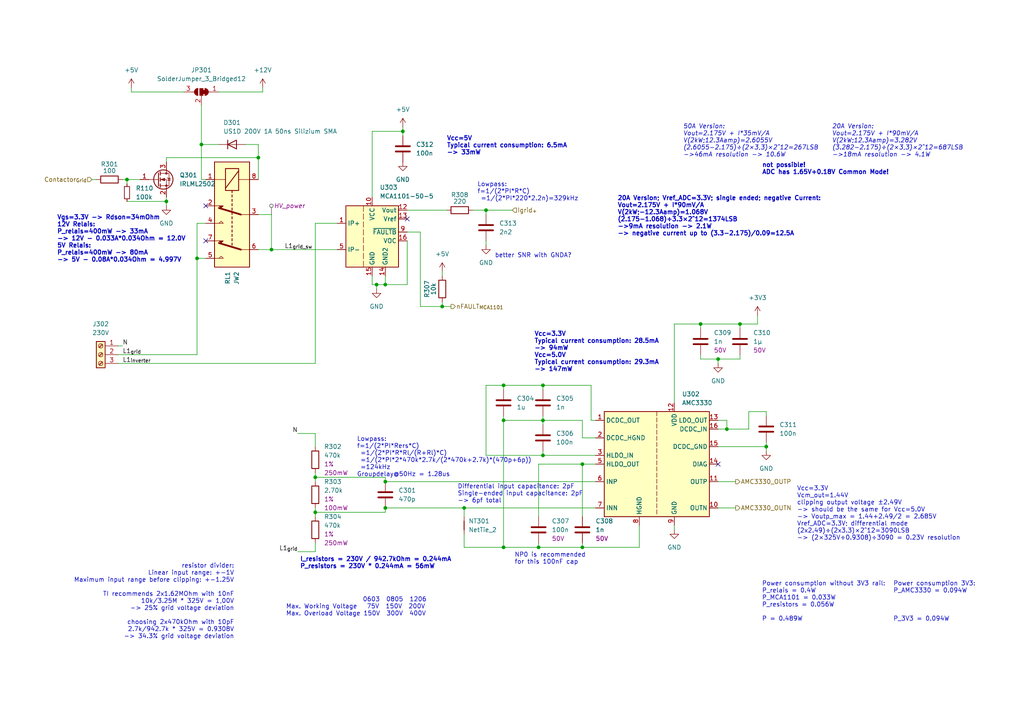
<source format=kicad_sch>
(kicad_sch (version 20230121) (generator eeschema)
  (paper "A4")
  (lib_symbols
    (symbol "Connector:Screw_Terminal_01x03" (pin_names (offset 1.016) hide)
      (property "Reference" "J" (at 0 5.08 0))
      (property "Value" "Screw_Terminal_01x03" (at 0 -5.08 0))
      (symbol "Screw_Terminal_01x03_1_1"
        (rectangle (start -1.27 3.81) (end 1.27 -3.81) (stroke (width 0.254)) (fill (type background)))
        (circle (center 0 -2.54) (radius 0.635) (stroke (width 0.1524)))
        (polyline (pts (xy -0.5334 -2.2098) (xy 0.3302 -3.048)) (stroke (width 0.1524)))
        (polyline (pts (xy -0.5334 0.3302) (xy 0.3302 -0.508)) (stroke (width 0.1524)))
        (polyline (pts (xy -0.5334 2.8702) (xy 0.3302 2.032)) (stroke (width 0.1524)))
        (polyline (pts (xy -0.3556 -2.032) (xy 0.508 -2.8702)) (stroke (width 0.1524)))
        (polyline (pts (xy -0.3556 0.508) (xy 0.508 -0.3302)) (stroke (width 0.1524)))
        (polyline (pts (xy -0.3556 3.048) (xy 0.508 2.2098)) (stroke (width 0.1524)))
        (circle (center 0 0) (radius 0.635) (stroke (width 0.1524)))
        (circle (center 0 2.54) (radius 0.635) (stroke (width 0.1524)))
        (pin passive line (at -5.08 2.54 0) (length 3.81) (name "Pin_1") (number "1"))
        (pin passive line (at -5.08 0 0) (length 3.81) (name "Pin_2") (number "2"))
        (pin passive line (at -5.08 -2.54 0) (length 3.81) (name "Pin_3") (number "3"))
      )
    )
    (symbol "Device:C" (pin_numbers hide) (pin_names (offset 0.254))
      (property "Reference" "C" (at 0.635 2.54 0))
      (property "Value" "C" (at 0.635 -2.54 0))
      (symbol "C_0_1"
        (polyline (pts (xy -2.032 -0.762) (xy 2.032 -0.762)) (stroke (width 0.508)))
        (polyline (pts (xy -2.032 0.762) (xy 2.032 0.762)) (stroke (width 0.508)))
      )
      (symbol "C_1_1"
        (pin passive line (at 0 3.81 270) (length 2.794) (name "~") (number "1"))
        (pin passive line (at 0 -3.81 90) (length 2.794) (name "~") (number "2"))
      )
    )
    (symbol "Device:D" (pin_numbers hide) (pin_names (offset 1.016) hide)
      (property "Reference" "D" (at 0 2.54 0))
      (property "Value" "D" (at 0 -2.54 0))
      (symbol "D_0_1"
        (polyline (pts (xy -1.27 1.27) (xy -1.27 -1.27)) (stroke (width 0.254)))
        (polyline (pts (xy 1.27 0) (xy -1.27 0)))
        (polyline (pts (xy 1.27 1.27) (xy 1.27 -1.27) (xy -1.27 0) (xy 1.27 1.27)) (stroke (width 0.254)))
      )
      (symbol "D_1_1"
        (pin passive line (at -3.81 0 0) (length 2.54) (name "K") (number "1"))
        (pin passive line (at 3.81 0 180) (length 2.54) (name "A") (number "2"))
      )
    )
    (symbol "Device:NetTie_2" (pin_numbers hide) (pin_names (offset 0) hide) (in_bom no)
      (property "Reference" "NT" (at 0 1.27 0))
      (property "Value" "NetTie_2" (at 0 -1.27 0))
      (symbol "NetTie_2_0_1"
        (polyline (pts (xy -1.27 0) (xy 1.27 0)) (stroke (width 0.254)))
      )
      (symbol "NetTie_2_1_1"
        (pin passive line (at -2.54 0 0) (length 2.54) (name "1") (number "1"))
        (pin passive line (at 2.54 0 180) (length 2.54) (name "2") (number "2"))
      )
    )
    (symbol "Device:R" (pin_numbers hide) (pin_names (offset 0))
      (property "Reference" "R" (at 2.032 0 90))
      (property "Value" "R" (at 0 0 90))
      (symbol "R_0_1"
        (rectangle (start -1.016 -2.54) (end 1.016 2.54) (stroke (width 0.254)))
      )
      (symbol "R_1_1"
        (pin passive line (at 0 3.81 270) (length 1.27) (name "~") (number "1"))
        (pin passive line (at 0 -3.81 90) (length 1.27) (name "~") (number "2"))
      )
    )
    (symbol "Device:R_Small" (pin_numbers hide) (pin_names (offset 0.254) hide)
      (property "Reference" "R" (at 0.762 0.508 0))
      (property "Value" "R_Small" (at 0.762 -1.016 0))
      (symbol "R_Small_0_1"
        (rectangle (start -0.762 1.778) (end 0.762 -1.778) (stroke (width 0.2032)))
      )
      (symbol "R_Small_1_1"
        (pin passive line (at 0 2.54 270) (length 0.762) (name "~") (number "1"))
        (pin passive line (at 0 -2.54 90) (length 0.762) (name "~") (number "2"))
      )
    )
    (symbol "ETI_lib:Capacitor_1206/EBS11489" (pin_numbers hide) (pin_names (offset 0.254))
      (property "Reference" "C" (at 0.635 2.54 0))
      (property "Value" "100n" (at 0.635 -2.54 0))
      (property "Voltage" "50V" (at 0 0 0))
      (symbol "Capacitor_1206/EBS11489_0_1"
        (polyline (pts (xy -2.032 -0.762) (xy 2.032 -0.762)) (stroke (width 0.508)))
        (polyline (pts (xy -2.032 0.762) (xy 2.032 0.762)) (stroke (width 0.508)))
      )
      (symbol "Capacitor_1206/EBS11489_1_1"
        (pin passive line (at 0 3.81 270) (length 2.794) (name "~") (number "1"))
        (pin passive line (at 0 -3.81 90) (length 2.794) (name "~") (number "2"))
      )
    )
    (symbol "ETI_lib:Capacitor_1206/EBS11865" (pin_numbers hide) (pin_names (offset 0.254))
      (property "Reference" "C" (at 0.635 2.54 0))
      (property "Value" "1n" (at 0.635 -2.54 0))
      (property "Voltage" "50V" (at 0 0 0))
      (symbol "Capacitor_1206/EBS11865_0_1"
        (polyline (pts (xy -2.032 -0.762) (xy 2.032 -0.762)) (stroke (width 0.508)))
        (polyline (pts (xy -2.032 0.762) (xy 2.032 0.762)) (stroke (width 0.508)))
      )
      (symbol "Capacitor_1206/EBS11865_1_1"
        (pin passive line (at 0 3.81 270) (length 2.794) (name "~") (number "1"))
        (pin passive line (at 0 -3.81 90) (length 2.794) (name "~") (number "2"))
      )
    )
    (symbol "ETI_lib:Capacitor_1206/EBS11873" (pin_numbers hide) (pin_names (offset 0.254))
      (property "Reference" "C" (at 0.635 2.54 0))
      (property "Value" "1µ" (at 0.635 -2.54 0))
      (property "Voltage" "50V" (at 0 0 0))
      (symbol "Capacitor_1206/EBS11873_0_1"
        (polyline (pts (xy -2.032 -0.762) (xy 2.032 -0.762)) (stroke (width 0.508)))
        (polyline (pts (xy -2.032 0.762) (xy 2.032 0.762)) (stroke (width 0.508)))
      )
      (symbol "Capacitor_1206/EBS11873_1_1"
        (pin passive line (at 0 3.81 270) (length 2.794) (name "~") (number "1"))
        (pin passive line (at 0 -3.81 90) (length 2.794) (name "~") (number "2"))
      )
    )
    (symbol "ETI_lib:Resistor_0603/EBS12675" (pin_numbers hide) (pin_names (offset 0))
      (property "Reference" "R" (at 2.032 0 90))
      (property "Value" "2.70k" (at 0 0 90))
      (property "Tolerance" "1%" (at 0 0 0))
      (property "Power" "100mW" (at 0 0 0))
      (symbol "Resistor_0603/EBS12675_0_1"
        (rectangle (start -1.016 -2.54) (end 1.016 2.54) (stroke (width 0.254)))
      )
      (symbol "Resistor_0603/EBS12675_1_1"
        (pin passive line (at 0 3.81 270) (length 1.27) (name "~") (number "1"))
        (pin passive line (at 0 -3.81 90) (length 1.27) (name "~") (number "2"))
      )
    )
    (symbol "ETI_lib:Resistor_1206/EBS9317" (pin_numbers hide) (pin_names (offset 0))
      (property "Reference" "R" (at 2.032 0 90))
      (property "Value" "470k" (at 0 0 90))
      (property "Tolerance" "1%" (at 0 0 0))
      (property "Power" "250mW" (at 0 0 0))
      (symbol "Resistor_1206/EBS9317_0_1"
        (rectangle (start -1.016 -2.54) (end 1.016 2.54) (stroke (width 0.254)))
      )
      (symbol "Resistor_1206/EBS9317_1_1"
        (pin passive line (at 0 3.81 270) (length 1.27) (name "~") (number "1"))
        (pin passive line (at 0 -3.81 90) (length 1.27) (name "~") (number "2"))
      )
    )
    (symbol "ETI_lib:Transistor_FET/EBS13389-BSS138" (pin_names hide)
      (property "Reference" "Q" (at 5.08 1.905 0))
      (property "Value" "BSS138" (at 5.08 0 0))
      (symbol "Transistor_FET/EBS13389-BSS138_0_1"
        (polyline (pts (xy 0.254 0) (xy -2.54 0)))
        (polyline (pts (xy 0.254 1.905) (xy 0.254 -1.905)) (stroke (width 0.254)))
        (polyline (pts (xy 0.762 -1.27) (xy 0.762 -2.286)) (stroke (width 0.254)))
        (polyline (pts (xy 0.762 0.508) (xy 0.762 -0.508)) (stroke (width 0.254)))
        (polyline (pts (xy 0.762 2.286) (xy 0.762 1.27)) (stroke (width 0.254)))
        (polyline (pts (xy 2.54 2.54) (xy 2.54 1.778)))
        (polyline (pts (xy 2.54 -2.54) (xy 2.54 0) (xy 0.762 0)))
        (polyline (pts (xy 0.762 -1.778) (xy 3.302 -1.778) (xy 3.302 1.778) (xy 0.762 1.778)))
        (polyline (pts (xy 1.016 0) (xy 2.032 0.381) (xy 2.032 -0.381) (xy 1.016 0)) (fill (type outline)))
        (polyline (pts (xy 2.794 0.508) (xy 2.921 0.381) (xy 3.683 0.381) (xy 3.81 0.254)))
        (polyline (pts (xy 3.302 0.381) (xy 2.921 -0.254) (xy 3.683 -0.254) (xy 3.302 0.381)))
        (circle (center 1.651 0) (radius 2.794) (stroke (width 0.254)))
        (circle (center 2.54 -1.778) (radius 0.254) (fill (type outline)))
        (circle (center 2.54 1.778) (radius 0.254) (fill (type outline)))
      )
      (symbol "Transistor_FET/EBS13389-BSS138_1_1"
        (pin input line (at -5.08 0 0) (length 2.54) (name "G") (number "1"))
        (pin passive line (at 2.54 -5.08 90) (length 2.54) (name "S") (number "2"))
        (pin passive line (at 2.54 5.08 270) (length 2.54) (name "D") (number "3"))
      )
    )
    (symbol "Isolator_Analog:AMC3330"
      (property "Reference" "U" (at -1.27 22.86 0))
      (property "Value" "AMC3330" (at 0 20.32 0))
      (symbol "AMC3330_0_1"
        (rectangle (start -15.24 15.24) (end 15.24 -15.24) (stroke (width 0.254)) (fill (type background)))
        (polyline (pts (xy 0 -13.208) (xy 0 -14.478)))
        (polyline (pts (xy 0 -11.43) (xy 0 -12.7)))
        (polyline (pts (xy 0 -9.652) (xy 0 -10.922)))
        (polyline (pts (xy 0 -7.874) (xy 0 -9.144)))
        (polyline (pts (xy 0 -6.096) (xy 0 -7.366)))
        (polyline (pts (xy 0 -4.318) (xy 0 -5.588)))
        (polyline (pts (xy 0 -2.54) (xy 0 -3.81)))
        (polyline (pts (xy 0 -0.762) (xy 0 -2.032)))
        (polyline (pts (xy 0 1.016) (xy 0 -0.254)))
        (polyline (pts (xy 0 2.794) (xy 0 1.524)))
        (polyline (pts (xy 0 4.572) (xy 0 3.302)))
        (polyline (pts (xy 0 6.35) (xy 0 5.08)))
        (polyline (pts (xy 0 8.128) (xy 0 6.858)))
        (polyline (pts (xy 0 9.906) (xy 0 8.636)))
        (polyline (pts (xy 0 11.684) (xy 0 10.414)))
        (polyline (pts (xy 0 13.462) (xy 0 12.192)))
        (polyline (pts (xy 0 15.24) (xy 0 13.97)))
      )
      (symbol "AMC3330_1_1"
        (pin power_out line (at -17.78 12.7 0) (length 2.54) (name "DCDC_OUT") (number "1"))
        (pin output line (at 17.78 -12.7 180) (length 2.54) (name "OUTN") (number "10"))
        (pin output line (at 17.78 -5.08 180) (length 2.54) (name "OUTP") (number "11"))
        (pin power_in line (at 5.08 17.78 270) (length 2.54) (name "VDD") (number "12"))
        (pin power_out line (at 17.78 12.7 180) (length 2.54) (name "LDO_OUT") (number "13"))
        (pin output line (at 17.78 0 180) (length 2.54) (name "DIAG") (number "14"))
        (pin power_in line (at 17.78 5.08 180) (length 2.54) (name "DCDC_GND") (number "15"))
        (pin power_in line (at 17.78 10.16 180) (length 2.54) (name "DCDC_IN") (number "16"))
        (pin power_out line (at -17.78 7.62 0) (length 2.54) (name "DCDC_HGND") (number "2"))
        (pin power_in line (at -17.78 2.54 0) (length 2.54) (name "HLDO_IN") (number "3"))
        (pin no_connect line (at -7.62 -15.24 90) (length 2.54) hide (name "NC") (number "4"))
        (pin power_out line (at -17.78 0 0) (length 2.54) (name "HLDO_OUT") (number "5"))
        (pin input line (at -17.78 -5.08 0) (length 2.54) (name "INP") (number "6"))
        (pin input line (at -17.78 -12.7 0) (length 2.54) (name "INN") (number "7"))
        (pin power_in line (at -5.08 -17.78 90) (length 2.54) (name "HGND") (number "8"))
        (pin power_in line (at 5.08 -17.78 90) (length 2.54) (name "GND") (number "9"))
      )
    )
    (symbol "Jumper:SolderJumper_3_Bridged12" (pin_names (offset 0) hide)
      (property "Reference" "JP" (at -2.54 -2.54 0))
      (property "Value" "SolderJumper_3_Bridged12" (at 0 2.794 0))
      (symbol "SolderJumper_3_Bridged12_0_1"
        (rectangle (start -1.016 0.508) (end -0.508 -0.508) (fill (type outline)))
        (arc (start -1.016 1.016) (mid -2.0276 0) (end -1.016 -1.016))
        (arc (start -1.016 1.016) (mid -2.0276 0) (end -1.016 -1.016) (fill (type outline)))
        (rectangle (start -0.508 1.016) (end 0.508 -1.016) (fill (type outline)))
        (polyline (pts (xy -2.54 0) (xy -2.032 0)))
        (polyline (pts (xy -1.016 1.016) (xy -1.016 -1.016)))
        (polyline (pts (xy 0 -1.27) (xy 0 -1.016)))
        (polyline (pts (xy 1.016 1.016) (xy 1.016 -1.016)))
        (polyline (pts (xy 2.54 0) (xy 2.032 0)))
        (arc (start 1.016 -1.016) (mid 2.0276 0) (end 1.016 1.016))
        (arc (start 1.016 -1.016) (mid 2.0276 0) (end 1.016 1.016) (fill (type outline)))
      )
      (symbol "SolderJumper_3_Bridged12_1_1"
        (pin passive line (at -5.08 0 0) (length 2.54) (name "A") (number "1"))
        (pin passive line (at 0 -3.81 90) (length 2.54) (name "C") (number "2"))
        (pin passive line (at 5.08 0 180) (length 2.54) (name "B") (number "3"))
      )
    )
    (symbol "Relay:JW2"
      (property "Reference" "RL" (at 16.51 3.81 0))
      (property "Value" "JW2" (at 16.51 1.27 0))
      (symbol "JW2_0_1"
        (rectangle (start -15.24 5.08) (end 15.24 -5.08) (stroke (width 0.254)) (fill (type background)))
        (rectangle (start -13.335 1.905) (end -6.985 -1.905) (stroke (width 0.254)))
        (polyline (pts (xy -12.7 -1.905) (xy -7.62 1.905)) (stroke (width 0.254)))
        (polyline (pts (xy -10.16 -5.08) (xy -10.16 -1.905)))
        (polyline (pts (xy -10.16 5.08) (xy -10.16 1.905)))
        (polyline (pts (xy -6.985 0) (xy -6.35 0)) (stroke (width 0.254)))
        (polyline (pts (xy -5.715 0) (xy -5.08 0)) (stroke (width 0.254)))
        (polyline (pts (xy -4.445 0) (xy -3.81 0)) (stroke (width 0.254)))
        (polyline (pts (xy -3.175 0) (xy -2.54 0)) (stroke (width 0.254)))
        (polyline (pts (xy -1.905 0) (xy -1.27 0)) (stroke (width 0.254)))
        (polyline (pts (xy -0.635 0) (xy 0 0)) (stroke (width 0.254)))
        (polyline (pts (xy 0 -2.54) (xy -1.905 3.81)) (stroke (width 0.508)))
        (polyline (pts (xy 0 -2.54) (xy 0 -5.08)))
        (polyline (pts (xy 0.635 0) (xy 1.27 0)) (stroke (width 0.254)))
        (polyline (pts (xy 1.905 0) (xy 2.54 0)) (stroke (width 0.254)))
        (polyline (pts (xy 3.175 0) (xy 3.81 0)) (stroke (width 0.254)))
        (polyline (pts (xy 4.445 0) (xy 5.08 0)) (stroke (width 0.254)))
        (polyline (pts (xy 5.715 0) (xy 6.35 0)) (stroke (width 0.254)))
        (polyline (pts (xy 6.985 0) (xy 7.62 0)) (stroke (width 0.254)))
        (polyline (pts (xy 8.255 0) (xy 8.89 0)) (stroke (width 0.254)))
        (polyline (pts (xy 10.16 -2.54) (xy 8.255 3.81)) (stroke (width 0.508)))
        (polyline (pts (xy 10.16 -2.54) (xy 10.16 -5.08)))
        (polyline (pts (xy -2.54 5.08) (xy -2.54 2.54) (xy -1.905 3.175) (xy -2.54 3.81)) (fill (type outline)))
        (polyline (pts (xy 2.54 5.08) (xy 2.54 2.54) (xy 1.905 3.175) (xy 2.54 3.81)))
        (polyline (pts (xy 7.62 5.08) (xy 7.62 2.54) (xy 8.255 3.175) (xy 7.62 3.81)) (fill (type outline)))
        (polyline (pts (xy 12.7 5.08) (xy 12.7 2.54) (xy 12.065 3.175) (xy 12.7 3.81)))
      )
      (symbol "JW2_1_1"
        (pin passive line (at -10.16 7.62 270) (length 2.54) (name "~") (number "1"))
        (pin passive line (at -2.54 7.62 270) (length 2.54) (name "~") (number "2"))
        (pin passive line (at 0 -7.62 90) (length 2.54) (name "~") (number "3"))
        (pin passive line (at 2.54 7.62 270) (length 2.54) (name "~") (number "4"))
        (pin passive line (at 12.7 7.62 270) (length 2.54) (name "~") (number "5"))
        (pin passive line (at 10.16 -7.62 90) (length 2.54) (name "~") (number "6"))
        (pin passive line (at 7.62 7.62 270) (length 2.54) (name "~") (number "7"))
        (pin passive line (at -10.16 -7.62 90) (length 2.54) (name "~") (number "8"))
      )
    )
    (symbol "Sensor_Current:MCA1101-50-5"
      (property "Reference" "U" (at 3.81 13.97 0))
      (property "Value" "MCA1101-50-5" (at 3.81 11.43 0))
      (symbol "MCA1101-50-5_0_1"
        (rectangle (start -7.62 8.89) (end 7.62 -8.89) (stroke (width 0.254)) (fill (type background)))
      )
      (symbol "MCA1101-50-5_1_1"
        (polyline (pts (xy -2.54 8.89) (xy -2.54 -8.89)) (stroke (width 0) (type dash)))
        (pin passive line (at -10.16 3.81 0) (length 2.54) (name "IP+") (number "1"))
        (pin power_in line (at 0 11.43 270) (length 2.54) (name "VCC") (number "10"))
        (pin passive line (at 0 -11.43 90) (length 2.54) hide (name "GND") (number "11"))
        (pin output line (at 10.16 7.62 180) (length 2.54) (name "Vout") (number "12"))
        (pin output line (at 10.16 5.08 180) (length 2.54) (name "Vref") (number "13"))
        (pin power_in line (at 3.81 -11.43 90) (length 2.54) (name "GND2") (number "14"))
        (pin power_in line (at 0 -11.43 90) (length 2.54) (name "GND") (number "15"))
        (pin input line (at 10.16 -1.27 180) (length 2.54) (name "VOC") (number "16"))
        (pin passive line (at -10.16 3.81 0) (length 2.54) hide (name "IP+") (number "2"))
        (pin passive line (at -10.16 3.81 0) (length 2.54) hide (name "IP+") (number "3"))
        (pin passive line (at -10.16 3.81 0) (length 2.54) hide (name "IP+") (number "4"))
        (pin passive line (at -10.16 -3.81 0) (length 2.54) (name "IP-") (number "5"))
        (pin passive line (at -10.16 -3.81 0) (length 2.54) hide (name "IP-") (number "6"))
        (pin passive line (at -10.16 -3.81 0) (length 2.54) hide (name "IP-") (number "7"))
        (pin passive line (at -10.16 -3.81 0) (length 2.54) hide (name "IP-") (number "8"))
        (pin output line (at 10.16 1.27 180) (length 2.54) (name "~{FAULTB}") (number "9"))
      )
    )
    (symbol "power:+12V" (power) (pin_names (offset 0))
      (property "Value" "+12V" (at 0 3.556 0))
      (symbol "+12V_0_1"
        (polyline (pts (xy -0.762 1.27) (xy 0 2.54)))
        (polyline (pts (xy 0 0) (xy 0 2.54)))
        (polyline (pts (xy 0 2.54) (xy 0.762 1.27)))
      )
      (symbol "+12V_1_1"
        (pin power_in line (at 0 0 90) (length 0) hide (name "+12V") (number "1"))
      )
    )
    (symbol "power:+3V3" (power) (pin_names (offset 0))
      (property "Value" "+3V3" (at 0 3.556 0))
      (symbol "+3V3_0_1"
        (polyline (pts (xy -0.762 1.27) (xy 0 2.54)))
        (polyline (pts (xy 0 0) (xy 0 2.54)))
        (polyline (pts (xy 0 2.54) (xy 0.762 1.27)))
      )
      (symbol "+3V3_1_1"
        (pin power_in line (at 0 0 90) (length 0) hide (name "+3V3") (number "1"))
      )
    )
    (symbol "power:+5V" (power) (pin_names (offset 0))
      (property "Value" "+5V" (at 0 3.556 0))
      (symbol "+5V_0_1"
        (polyline (pts (xy -0.762 1.27) (xy 0 2.54)))
        (polyline (pts (xy 0 0) (xy 0 2.54)))
        (polyline (pts (xy 0 2.54) (xy 0.762 1.27)))
      )
      (symbol "+5V_1_1"
        (pin power_in line (at 0 0 90) (length 0) hide (name "+5V") (number "1"))
      )
    )
    (symbol "power:GND" (power) (pin_names (offset 0))
      (property "Value" "GND" (at 0 -3.81 0))
      (symbol "GND_0_1"
        (polyline (pts (xy 0 0) (xy 0 -1.27) (xy 1.27 -1.27) (xy 0 -2.54) (xy -1.27 -1.27) (xy 0 -1.27)))
      )
      (symbol "GND_1_1"
        (pin power_in line (at 0 0 270) (length 0) hide (name "GND") (number "1"))
      )
    )
  )
  (junction (at 146.05 111.76))
  (junction (at 203.2 93.98))
  (junction (at 58.42 41.91))
  (junction (at 91.44 138.43))
  (junction (at 116.84 38.1))
  (junction (at 168.91 134.62))
  (junction (at 210.82 124.46))
  (junction (at 140.97 60.96))
  (junction (at 111.76 82.55))
  (junction (at 156.21 158.75))
  (junction (at 128.27 88.9))
  (junction (at 109.22 82.55))
  (junction (at 208.28 104.14))
  (junction (at 222.25 129.54))
  (junction (at 57.15 74.93))
  (junction (at 146.05 158.75))
  (junction (at 157.48 132.08))
  (junction (at 214.63 93.98))
  (junction (at 111.76 147.32))
  (junction (at 146.05 121.92))
  (junction (at 168.91 158.75))
  (junction (at 91.44 148.59))
  (junction (at 78.74 72.39))
  (junction (at 157.48 121.92))
  (junction (at 134.62 147.32))
  (junction (at 48.26 58.42))
  (junction (at 74.93 45.72))
  (junction (at 157.48 111.76))
  (junction (at 111.76 139.7))
  (junction (at 36.83 52.07))
  (no_connect (at 59.69 69.85))
  (no_connect (at 59.69 59.69))
  (no_connect (at 208.28 134.62))
  (no_connect (at 118.11 63.5))
  (wire (pts (xy 128.27 87.63) (xy 128.27 88.9)))
  (wire (pts (xy 208.28 104.14) (xy 208.28 105.41)))
  (wire (pts (xy 140.97 111.76) (xy 140.97 132.08)))
  (wire (pts (xy 195.58 93.98) (xy 203.2 93.98)))
  (wire (pts (xy 57.15 64.77) (xy 59.69 64.77)))
  (wire (pts (xy 195.58 116.84) (xy 195.58 93.98)))
  (wire (pts (xy 171.45 121.92) (xy 172.72 121.92)))
  (wire (pts (xy 157.48 132.08) (xy 172.72 132.08)))
  (wire (pts (xy 172.72 147.32) (xy 134.62 147.32)))
  (wire (pts (xy 109.22 82.55) (xy 111.76 82.55)))
  (wire (pts (xy 36.83 58.42) (xy 48.26 58.42)))
  (wire (pts (xy 185.42 158.75) (xy 168.91 158.75)))
  (wire (pts (xy 111.76 147.32) (xy 111.76 148.59)))
  (wire (pts (xy 118.11 67.31) (xy 121.92 67.31)))
  (wire (pts (xy 86.36 160.02) (xy 91.44 160.02)))
  (wire (pts (xy 168.91 127) (xy 168.91 121.92)))
  (wire (pts (xy 40.64 52.07) (xy 36.83 52.07)))
  (wire (pts (xy 48.26 45.72) (xy 74.93 45.72)))
  (wire (pts (xy 111.76 80.01) (xy 111.76 82.55)))
  (wire (pts (xy 156.21 158.75) (xy 146.05 158.75)))
  (wire (pts (xy 140.97 132.08) (xy 157.48 132.08)))
  (wire (pts (xy 171.45 111.76) (xy 157.48 111.76)))
  (wire (pts (xy 146.05 121.92) (xy 157.48 121.92)))
  (wire (pts (xy 217.17 119.38) (xy 222.25 119.38)))
  (wire (pts (xy 58.42 41.91) (xy 63.5 41.91)))
  (wire (pts (xy 146.05 121.92) (xy 146.05 158.75)))
  (wire (pts (xy 210.82 124.46) (xy 217.17 124.46)))
  (wire (pts (xy 172.72 127) (xy 168.91 127)))
  (wire (pts (xy 91.44 137.16) (xy 91.44 138.43)))
  (wire (pts (xy 195.58 152.4) (xy 195.58 153.67)))
  (wire (pts (xy 203.2 93.98) (xy 214.63 93.98)))
  (wire (pts (xy 140.97 69.85) (xy 140.97 71.12)))
  (wire (pts (xy 203.2 93.98) (xy 203.2 95.25)))
  (wire (pts (xy 208.28 139.7) (xy 213.36 139.7)))
  (wire (pts (xy 86.36 125.73) (xy 91.44 125.73)))
  (wire (pts (xy 78.74 72.39) (xy 97.79 72.39)))
  (wire (pts (xy 58.42 41.91) (xy 58.42 52.07)))
  (wire (pts (xy 219.71 91.44) (xy 219.71 93.98)))
  (wire (pts (xy 91.44 157.48) (xy 91.44 160.02)))
  (wire (pts (xy 146.05 121.92) (xy 146.05 120.65)))
  (wire (pts (xy 91.44 147.32) (xy 91.44 148.59)))
  (wire (pts (xy 91.44 64.77) (xy 97.79 64.77)))
  (wire (pts (xy 156.21 149.86) (xy 156.21 134.62)))
  (wire (pts (xy 118.11 69.85) (xy 118.11 82.55)))
  (wire (pts (xy 168.91 134.62) (xy 172.72 134.62)))
  (wire (pts (xy 118.11 60.96) (xy 129.54 60.96)))
  (wire (pts (xy 107.95 82.55) (xy 107.95 80.01)))
  (wire (pts (xy 48.26 57.15) (xy 48.26 58.42)))
  (wire (pts (xy 168.91 121.92) (xy 157.48 121.92)))
  (wire (pts (xy 48.26 45.72) (xy 48.26 46.99)))
  (wire (pts (xy 91.44 64.77) (xy 91.44 105.41)))
  (wire (pts (xy 36.83 52.07) (xy 35.56 52.07)))
  (wire (pts (xy 121.92 67.31) (xy 121.92 88.9)))
  (wire (pts (xy 91.44 148.59) (xy 111.76 148.59)))
  (wire (pts (xy 57.15 64.77) (xy 57.15 74.93)))
  (wire (pts (xy 157.48 130.81) (xy 157.48 132.08)))
  (wire (pts (xy 214.63 104.14) (xy 214.63 102.87)))
  (wire (pts (xy 116.84 36.83) (xy 116.84 38.1)))
  (wire (pts (xy 121.92 88.9) (xy 128.27 88.9)))
  (wire (pts (xy 91.44 138.43) (xy 111.76 138.43)))
  (wire (pts (xy 208.28 129.54) (xy 222.25 129.54)))
  (wire (pts (xy 137.16 60.96) (xy 140.97 60.96)))
  (wire (pts (xy 146.05 111.76) (xy 157.48 111.76)))
  (wire (pts (xy 222.25 119.38) (xy 222.25 120.65)))
  (wire (pts (xy 208.28 124.46) (xy 210.82 124.46)))
  (wire (pts (xy 146.05 111.76) (xy 146.05 113.03)))
  (wire (pts (xy 208.28 121.92) (xy 210.82 121.92)))
  (wire (pts (xy 34.29 100.33) (xy 35.56 100.33)))
  (wire (pts (xy 34.29 102.87) (xy 57.15 102.87)))
  (wire (pts (xy 107.95 38.1) (xy 107.95 57.15)))
  (wire (pts (xy 91.44 138.43) (xy 91.44 139.7)))
  (wire (pts (xy 208.28 147.32) (xy 213.36 147.32)))
  (wire (pts (xy 214.63 95.25) (xy 214.63 93.98)))
  (wire (pts (xy 58.42 30.48) (xy 58.42 41.91)))
  (wire (pts (xy 107.95 38.1) (xy 116.84 38.1)))
  (wire (pts (xy 140.97 111.76) (xy 146.05 111.76)))
  (wire (pts (xy 168.91 134.62) (xy 168.91 149.86)))
  (wire (pts (xy 111.76 138.43) (xy 111.76 139.7)))
  (wire (pts (xy 128.27 78.74) (xy 128.27 80.01)))
  (wire (pts (xy 78.74 62.23) (xy 78.74 72.39)))
  (wire (pts (xy 156.21 134.62) (xy 168.91 134.62)))
  (wire (pts (xy 185.42 152.4) (xy 185.42 158.75)))
  (wire (pts (xy 134.62 147.32) (xy 111.76 147.32)))
  (wire (pts (xy 156.21 158.75) (xy 168.91 158.75)))
  (wire (pts (xy 140.97 60.96) (xy 140.97 62.23)))
  (wire (pts (xy 57.15 74.93) (xy 59.69 74.93)))
  (wire (pts (xy 74.93 72.39) (xy 78.74 72.39)))
  (wire (pts (xy 210.82 121.92) (xy 210.82 124.46)))
  (wire (pts (xy 140.97 60.96) (xy 148.59 60.96)))
  (wire (pts (xy 203.2 104.14) (xy 208.28 104.14)))
  (wire (pts (xy 111.76 139.7) (xy 172.72 139.7)))
  (wire (pts (xy 208.28 104.14) (xy 214.63 104.14)))
  (wire (pts (xy 134.62 149.86) (xy 134.62 147.32)))
  (wire (pts (xy 38.1 25.4) (xy 38.1 26.67)))
  (wire (pts (xy 222.25 129.54) (xy 222.25 130.81)))
  (wire (pts (xy 118.11 82.55) (xy 111.76 82.55)))
  (wire (pts (xy 203.2 102.87) (xy 203.2 104.14)))
  (wire (pts (xy 36.83 52.07) (xy 36.83 53.34)))
  (wire (pts (xy 116.84 38.1) (xy 116.84 39.37)))
  (wire (pts (xy 217.17 124.46) (xy 217.17 119.38)))
  (wire (pts (xy 128.27 88.9) (xy 130.81 88.9)))
  (wire (pts (xy 214.63 93.98) (xy 219.71 93.98)))
  (wire (pts (xy 76.2 26.67) (xy 76.2 25.4)))
  (wire (pts (xy 134.62 158.75) (xy 134.62 154.94)))
  (wire (pts (xy 74.93 41.91) (xy 71.12 41.91)))
  (wire (pts (xy 74.93 45.72) (xy 74.93 41.91)))
  (wire (pts (xy 48.26 58.42) (xy 48.26 59.69)))
  (wire (pts (xy 57.15 74.93) (xy 57.15 102.87)))
  (wire (pts (xy 157.48 111.76) (xy 157.48 113.03)))
  (wire (pts (xy 74.93 62.23) (xy 78.74 62.23)))
  (wire (pts (xy 157.48 120.65) (xy 157.48 121.92)))
  (wire (pts (xy 59.69 52.07) (xy 58.42 52.07)))
  (wire (pts (xy 156.21 158.75) (xy 156.21 157.48)))
  (wire (pts (xy 34.29 105.41) (xy 91.44 105.41)))
  (wire (pts (xy 168.91 158.75) (xy 168.91 157.48)))
  (wire (pts (xy 91.44 148.59) (xy 91.44 149.86)))
  (wire (pts (xy 109.22 83.82) (xy 109.22 82.55)))
  (wire (pts (xy 38.1 26.67) (xy 53.34 26.67)))
  (wire (pts (xy 63.5 26.67) (xy 76.2 26.67)))
  (wire (pts (xy 134.62 158.75) (xy 146.05 158.75)))
  (wire (pts (xy 91.44 125.73) (xy 91.44 129.54)))
  (wire (pts (xy 171.45 121.92) (xy 171.45 111.76)))
  (wire (pts (xy 157.48 121.92) (xy 157.48 123.19)))
  (wire (pts (xy 107.95 82.55) (xy 109.22 82.55)))
  (wire (pts (xy 74.93 52.07) (xy 74.93 45.72)))
  (wire (pts (xy 26.67 52.07) (xy 27.94 52.07)))
  (wire (pts (xy 222.25 129.54) (xy 222.25 128.27)))
  (text "Power consumption without 3V3 rail:\nP_relais = 0.4W\nP_MCA1101 = 0.033W\nP_resistors = 0.056W\n\nP = 0.489W" (at 220.98 180.34 0) (effects (font (size 1.27 1.27)) (justify left bottom)))
  (text "Vcc=5V\nTypical current consumption: 6.5mA\n-> 33mW" (at 129.54 45.085 0) (effects (font (size 1.27 1.27) (thickness 0.254) bold) (justify left bottom)))
  (text "Vgs=3.3V -> Rdson=34mOhm\n12V Relais:\nP_relais=400mW -> 33mA \n-> 12V - 0.033A*0.034Ohm = 12.0V\n5V Relais:\nP_relais=400mW -> 80mA \n-> 5V - 0.08A*0.034Ohm = 4.997V" (at 16.51 76.2 0) (effects (font (size 1.27 1.27) (thickness 0.254) bold) (justify left bottom)))
  (text "Lowpass:\nf=1/(2*PI*R*C)\n =1/(2*PI*220*2.2n)=329kHz" (at 138.43 58.42 0) (effects (font (size 1.27 1.27)) (justify left bottom)))
  (text "better SNR with GNDA?" (at 143.51 74.93 0) (effects (font (size 1.27 1.27)) (justify left bottom)))
  (text "50A Version:\nVout=2.175V + I*35mV/A\nV(2kW;12.3Aamp)=2.6055V\n(2.6055−2.175)÷(2×3,3)×2^12=267LSB\n->46mA resolution -> 10.6W" (at 198.12 45.72 0) (effects (font (size 1.27 1.27) italic) (justify left bottom)))
  (text "                       0603  0805  1206 \nMax. Working Voltage   75V  150V  200V\nMax. Overload Voltage 150V  300V  400V" (at 82.931 178.816 0) (effects (font (size 1.27 1.27)) (justify left bottom)))
  (text "not possible!\nADC has 1.65V+0.18V Common Mode!" (at 220.98 50.8 0) (effects (font (size 1.27 1.27) (thickness 0.254) bold) (justify left bottom)))
  (text "NP0 is recommended\nfor this 100nF cap" (at 149.225 163.83 0) (effects (font (size 1.27 1.27)) (justify left bottom)))
  (text "20A Version; Vref_ADC=3.3V; single ended; negative Current:\nVout=2.175V + I*90mV/A\nV(2kW;-12.3Aamp)=1.068V\n(2.175-1.068)÷3.3×2^12=1374LSB\n->9mA resolution -> 2.1W\n-> negative current up to (3.3-2.175)/0.09=12.5A" (at 179.07 68.58 0) (effects (font (size 1.27 1.27) (thickness 0.254) bold) (justify left bottom)))
  (text "I_resistors = 230V / 942.7kOhm = 0.244mA\nP_resistors = 230V * 0.244mA = 56mW" (at 86.995 165.1 0) (effects (font (size 1.27 1.27) (thickness 0.254) bold) (justify left bottom)))
  (text "Differential input capacitance: 2pF\nSingle-ended input capacitance: 2pF\n-> 6pf total" (at 132.715 146.05 0) (effects (font (size 1.27 1.27)) (justify left bottom)))
  (text "Vcc=3.3V\nVcm_out=1.44V\nclipping output voltage ±2.49V\n-> should be the same for Vcc=5.0V\n-> Voutp_max = 1.44+2.49/2 = 2.685V\nVref_ADC=3.3V; differential mode\n(2x2.49)÷(2x3.3)×2^12=3090LSB\n-> (2×325V÷0.9308)÷3090 = 0.23V resolution" (at 231.14 156.845 0) (effects (font (size 1.27 1.27)) (justify left bottom)))
  (text "Vcc=3.3V\nTypical current consumption: 28.5mA\n-> 94mW\nVcc=5.0V\nTypical current consumption: 29.3mA\n-> 147mW" (at 154.94 107.95 0) (effects (font (size 1.27 1.27) (thickness 0.254) bold) (justify left bottom)))
  (text "Lowpass:\nf=1/(2*PI*Rers*C)\n =1/(2*PI*R*Rl/(R+Rl)*C)\n =1/(2*PI*2*470k*2.7k/(2*470k+2.7k)*(470p+6p))\n =124kHz\nGroupdelay@50Hz = 1.28us" (at 103.505 138.43 0) (effects (font (size 1.27 1.27)) (justify left bottom)))
  (text "20A Version:\nVout=2.175V + I*90mV/A\nV(2kW;12.3Aamp)=3.282V\n(3.282−2.175)÷(2×3,3)×2^12=687LSB\n->18mA resolution -> 4.1W" (at 241.3 45.72 0) (effects (font (size 1.27 1.27) italic) (justify left bottom)))
  (text "Power consumption 3V3:\nP_AMC3330 = 0.094W\n\n\n\nP_3V3 = 0.094W" (at 259.08 180.34 0) (effects (font (size 1.27 1.27)) (justify left bottom)))
  (text "resistor divider:\nLinear input range: +-1V\nMaximum input range before clipping: +-1.25V\n\nTI recommends 2x1.62MOhm with 10nF\n10k/3.25M * 325V = 1,00V\n-> 25% grid voltage deviation\n\nchoosing 2x470kOhm with 10pF\n2.7k/942.7k * 325V = 0.9308V\n-> 34.3% grid voltage deviation\n" (at 67.945 185.42 0) (effects (font (size 1.27 1.27)) (justify right bottom)))
  (label "L1_{inverter}" (at 35.56 105.41 0))
  (label "L1_{grid_sw}" (at 82.55 72.39 0))
  (label "L1_{grid}" (at 86.36 160.02 180))
  (label "N" (at 86.36 125.73 180))
  (label "L1_{grid}" (at 35.56 102.87 0))
  (label "N" (at 35.56 100.33 0))
  (hierarchical_label "nFAULT_{MCA1101}" (shape output) (at 130.81 88.9 0))
  (hierarchical_label "Contactor_{Grid}" (shape input) (at 26.67 52.07 180))
  (hierarchical_label "AMC3330_OUTN" (shape output) (at 213.36 147.32 0))
  (hierarchical_label "Igrid_{+}" (shape input) (at 148.59 60.96 0))
  (hierarchical_label "AMC3330_OUTP" (shape output) (at 213.36 139.7 0))
  (netclass_flag "" (length 2.54) (shape round) (at 78.74 62.23 0) (property "Netclass" "HV_power" (at 79.4385 59.69 0) (effects (font italic) (justify left))))
  (symbol (lib_id "ETI_lib:Capacitor_1206/EBS11873") (at 214.63 99.06 0) (unit 1)
    (property "Reference" "C310" (at 218.44 96.52 0) (effects (justify left)))
    (property "Value" "1µ" (at 218.44 99.06 0) (effects (justify left)))
    (property "Footprint" "Capacitor_SMD:C_1206_3216Metric" (effects hide))
    (property "Voltage" "50V" (at 218.44 101.6 0) (effects (justify left)))
    (property "Dielectric" "-" (effects hide))
    (property "Tolerance" "-" (effects hide))
    (property "StoragePosition" "STATIC A/D/36" (effects hide))
    (property "StorageQuantity" "1281" (effects hide))
    (property "LatestOrderId" "ETI FS 20/066" (effects hide))
    (property "LatestOrderDate" "11-02-2020" (effects hide))
    (property "LatestOrderBy" "Fabian Sommer" (effects hide))
    (property "LatestPrice" "0.030 €" (effects hide))
    (property "LatestOrderQuantity" "4000.00" (effects hide))
    (property "EBS-URL" "https://ebs.eti.kit.edu/Artikel/11873" (effects hide))
  )
  (symbol (lib_id "Device:C") (at 146.05 116.84 0) (unit 1)
    (property "Reference" "C304" (at 149.86 115.57 0) (effects (justify left)))
    (property "Value" "1u" (at 149.86 118.11 0) (effects (justify left)))
    (property "Footprint" "Capacitor_SMD:C_0603_1608Metric" (effects hide))
  )
  (symbol (lib_id "Device:C") (at 111.76 143.51 0) (mirror y) (unit 1)
    (property "Reference" "C301" (at 115.57 142.24 0) (effects (justify right)))
    (property "Value" "470p" (at 115.57 144.78 0) (effects (justify right)))
    (property "Footprint" "Capacitor_SMD:C_0603_1608Metric" (effects hide))
  )
  (symbol (lib_id "Device:C") (at 116.84 43.18 0) (unit 1)
    (property "Reference" "C312" (at 120.65 41.91 0) (effects (justify left)))
    (property "Value" "100n" (at 120.65 44.45 0) (effects (justify left)))
    (property "Footprint" "Capacitor_SMD:C_0603_1608Metric" (effects hide))
  )
  (symbol (lib_id "Isolator_Analog:AMC3330") (at 190.5 134.62 0) (unit 1)
    (property "Reference" "U302" (at 197.7741 114.3 0) (effects (justify left)))
    (property "Value" "AMC3330" (at 197.7741 116.84 0) (effects (justify left)))
    (property "Footprint" "Package_SO:SOIC-16W_7.5x10.3mm_P1.27mm" (effects hide))
    (property "Datasheet" "https://www.ti.com/lit/ds/symlink/amc3330.pdf" (effects hide))
  )
  (symbol (lib_id "power:GND") (at 195.58 153.67 0) (unit 1)
    (property "Reference" "#PWR0308" (effects hide))
    (property "Value" "GND" (at 195.58 158.75 0))
  )
  (symbol (lib_id "power:+5V") (at 128.27 78.74 0) (unit 1)
    (property "Reference" "#PWR0315" (effects hide))
    (property "Value" "+5V" (at 128.27 73.66 0))
  )
  (symbol (lib_id "Connector:Screw_Terminal_01x03") (at 29.21 102.87 0) (mirror y) (unit 1)
    (property "Reference" "J302" (at 29.21 93.98 0))
    (property "Value" "230V" (at 29.21 96.52 0))
    (property "Footprint" "TerminalBlock_Phoenix:TerminalBlock_Phoenix_MKDS-1,5-3-5.08_1x03_P5.08mm_Horizontal" (effects hide))
  )
  (symbol (lib_id "Device:C") (at 222.25 124.46 0) (unit 1)
    (property "Reference" "C311" (at 226.06 123.19 0) (effects (justify left)))
    (property "Value" "100n" (at 226.06 125.73 0) (effects (justify left)))
    (property "Footprint" "Capacitor_SMD:C_0603_1608Metric" (effects hide))
  )
  (symbol (lib_id "power:+5V") (at 38.1 25.4 0) (unit 1)
    (property "Reference" "#PWR0302" (effects hide))
    (property "Value" "+5V" (at 38.1 20.32 0))
  )
  (symbol (lib_id "power:+3V3") (at 219.71 91.44 0) (unit 1)
    (property "Reference" "#PWR0310" (effects hide))
    (property "Value" "+3V3" (at 219.71 86.36 0))
  )
  (symbol (lib_id "ETI_lib:Resistor_1206/EBS9317") (at 91.44 133.35 0) (unit 1)
    (property "Reference" "R302" (at 93.98 129.54 0) (effects (justify left)))
    (property "Value" "470k" (at 93.98 132.08 0) (effects (justify left)))
    (property "Footprint" "Resistor_SMD:R_1206_3216Metric" (effects hide))
    (property "EBS-URL" "https://ebs.eti.kit.edu/Artikel/9317" (effects hide))
    (property "Tolerance" "1%" (at 93.98 134.62 0) (effects (justify left)))
    (property "Power" "250mW" (at 93.98 137.16 0) (effects (justify left)))
    (property "StoragePosition" "STATIC A/F/39" (effects hide))
    (property "StorageQuantity" "1579" (effects hide))
    (property "LatestOrderId" "ETI CA 17/466" (effects hide))
    (property "LatestOrderDate" "24-11-2017" (effects hide))
    (property "LatestOrderBy" "Christian Axtmann" (effects hide))
    (property "LatestPrice" "10.260 €" (effects hide))
    (property "LatestOrderQuantity" "1.00" (effects hide))
  )
  (symbol (lib_id "Device:R") (at 31.75 52.07 90) (mirror x) (unit 1)
    (property "Reference" "R301" (at 31.75 47.625 90))
    (property "Value" "100" (at 31.75 49.53 90))
    (property "Footprint" "Resistor_SMD:R_0603_1608Metric" (effects hide))
  )
  (symbol (lib_id "Device:R_Small") (at 36.83 55.88 180) (unit 1)
    (property "Reference" "R110" (at 39.37 54.61 0) (effects (justify right)))
    (property "Value" "100k" (at 39.37 57.15 0) (effects (justify right)))
    (property "Footprint" "Resistor_SMD:R_0603_1608Metric" (effects hide))
  )
  (symbol (lib_id "Sensor_Current:MCA1101-50-5") (at 107.95 68.58 0) (unit 1)
    (property "Reference" "U303" (at 110.1441 54.356 0) (effects (justify left)))
    (property "Value" "MCA1101-50-5" (at 110.1441 56.896 0) (effects (justify left)))
    (property "Footprint" "Package_SO:SOIC-16W_7.5x10.3mm_P1.27mm" (effects hide))
    (property "Datasheet" "https://navview.blob.core.windows.net/web-resources/6020-1102-01%20RevF_MCA1101_20210408.pdf?_t=1618576890367" (effects hide))
  )
  (symbol (lib_id "Device:C") (at 140.97 66.04 0) (unit 1)
    (property "Reference" "C313" (at 144.78 64.77 0) (effects (justify left)))
    (property "Value" "2n2" (at 144.78 67.31 0) (effects (justify left)))
    (property "Footprint" "Capacitor_SMD:C_0603_1608Metric" (effects hide))
  )
  (symbol (lib_id "Device:R") (at 128.27 83.82 0) (mirror x) (unit 1)
    (property "Reference" "R307" (at 123.825 83.82 90))
    (property "Value" "10k" (at 125.73 83.82 90))
    (property "Footprint" "Resistor_SMD:R_0603_1608Metric" (effects hide))
  )
  (symbol (lib_id "power:GND") (at 140.97 71.12 0) (mirror y) (unit 1)
    (property "Reference" "#PWR03" (effects hide))
    (property "Value" "GND" (at 140.97 76.2 0))
  )
  (symbol (lib_id "power:GND") (at 109.22 83.82 0) (mirror y) (unit 1)
    (property "Reference" "#PWR0312" (effects hide))
    (property "Value" "GND" (at 109.22 88.9 0))
  )
  (symbol (lib_id "ETI_lib:Capacitor_1206/EBS11865") (at 203.2 99.06 0) (unit 1)
    (property "Reference" "C309" (at 207.01 96.52 0) (effects (justify left)))
    (property "Value" "1n" (at 207.01 99.06 0) (effects (justify left)))
    (property "Footprint" "Capacitor_SMD:C_1206_3216Metric" (effects hide))
    (property "Voltage" "50V" (at 207.01 101.6 0) (effects (justify left)))
    (property "Dielectric" "-" (effects hide))
    (property "Tolerance" "-" (effects hide))
    (property "StoragePosition" "STATIC A/D/24" (effects hide))
    (property "StorageQuantity" "3399" (effects hide))
    (property "LatestOrderId" "ETI SM 19/341" (effects hide))
    (property "LatestOrderDate" "14-07-2019" (effects hide))
    (property "LatestOrderBy" "Stefan Mersche" (effects hide))
    (property "LatestPrice" "0.0181 €" (effects hide))
    (property "LatestOrderQuantity" "4000.00" (effects hide))
    (property "EBS-URL" "https://ebs.eti.kit.edu/Artikel/11865" (effects hide))
  )
  (symbol (lib_id "Device:C") (at 157.48 116.84 0) (unit 1)
    (property "Reference" "C305" (at 161.29 115.57 0) (effects (justify left)))
    (property "Value" "1n" (at 161.29 118.11 0) (effects (justify left)))
    (property "Footprint" "Capacitor_SMD:C_0603_1608Metric" (effects hide))
  )
  (symbol (lib_id "Device:NetTie_2") (at 134.62 152.4 270) (unit 1) (in_bom no)
    (property "Reference" "NT301" (at 135.89 151.13 90) (effects (justify left)))
    (property "Value" "NetTie_2" (at 135.89 153.67 90) (effects (justify left)))
    (property "Footprint" "NetTie:NetTie-2_SMD_Pad0.5mm" (effects hide))
  )
  (symbol (lib_id "Device:C") (at 157.48 127 0) (unit 1)
    (property "Reference" "C306" (at 161.29 125.73 0) (effects (justify left)))
    (property "Value" "100n" (at 161.29 128.27 0) (effects (justify left)))
    (property "Footprint" "Capacitor_SMD:C_0603_1608Metric" (effects hide))
  )
  (symbol (lib_id "Device:R") (at 133.35 60.96 90) (mirror x) (unit 1)
    (property "Reference" "R308" (at 133.35 56.515 90))
    (property "Value" "220" (at 133.35 58.42 90))
    (property "Footprint" "Resistor_SMD:R_0603_1608Metric" (effects hide))
  )
  (symbol (lib_id "power:+5V") (at 116.84 36.83 0) (unit 1)
    (property "Reference" "#PWR0313" (effects hide))
    (property "Value" "+5V" (at 116.84 31.75 0))
  )
  (symbol (lib_id "power:+12V") (at 76.2 25.4 0) (mirror y) (unit 1)
    (property "Reference" "#PWR0303" (effects hide))
    (property "Value" "+12V" (at 76.2 20.32 0))
  )
  (symbol (lib_id "ETI_lib:Transistor_FET/EBS13389-BSS138") (at 45.72 52.07 0) (unit 1)
    (property "Reference" "Q301" (at 52.07 50.8 0) (effects (justify left)))
    (property "Value" "IRLML2502" (at 52.07 53.34 0) (effects (justify left)))
    (property "Footprint" "Package_TO_SOT_SMD:SOT-23" (effects hide))
    (property "Datasheet" "https://www.onsemi.com/pub/Collateral/BSS138-D.PDF" (effects hide))
    (property "EBS-URL" "https://ebs.eti.kit.edu/Artikel/13389" (effects hide))
    (property "StoragePosition" "STATIC A/G/22" (effects hide))
    (property "StorageQuantity" "953" (effects hide))
    (property "LatestOrderId" "-" (effects hide))
    (property "LatestOrderDate" "-" (effects hide))
    (property "LatestOrderBy" "-" (effects hide))
    (property "LatestPrice" "-" (effects hide))
    (property "LatestOrderQuantity" "-" (effects hide))
  )
  (symbol (lib_id "ETI_lib:Resistor_0603/EBS12675") (at 91.44 143.51 0) (unit 1)
    (property "Reference" "R303" (at 93.98 139.7 0) (effects (justify left)))
    (property "Value" "2.70k" (at 93.98 142.24 0) (effects (justify left)))
    (property "Footprint" "Resistor_SMD:R_0603_1608Metric" (effects hide))
    (property "EBS-URL" "https://ebs.eti.kit.edu/Artikel/12675" (effects hide))
    (property "Tolerance" "1%" (at 93.98 144.78 0) (effects (justify left)))
    (property "Power" "100mW" (at 93.98 147.32 0) (effects (justify left)))
    (property "StoragePosition" "STATIC A/H/27" (effects hide))
    (property "StorageQuantity" "4431" (effects hide))
    (property "LatestOrderId" "ETI MS 20/159" (effects hide))
    (property "LatestOrderDate" "25-03-2020" (effects hide))
    (property "LatestOrderBy" "Fabian Sommer" (effects hide))
    (property "LatestPrice" "0.002 €" (effects hide))
    (property "LatestOrderQuantity" "5000.00" (effects hide))
  )
  (symbol (lib_id "Device:D") (at 67.31 41.91 0) (mirror x) (unit 1)
    (property "Reference" "D301" (at 67.31 35.56 0))
    (property "Value" "US1D 200V 1A 50ns Silizium SMA" (at 81.28 38.1 0))
    (property "Footprint" "Diode_SMD:D_MELF" (effects hide))
    (property "Sim.Device" "D" (effects hide))
    (property "Sim.Pins" "1=K 2=A" (effects hide))
  )
  (symbol (lib_id "ETI_lib:Capacitor_1206/EBS11489") (at 156.21 153.67 0) (unit 1)
    (property "Reference" "C307" (at 160.02 151.13 0) (effects (justify left)))
    (property "Value" "100n" (at 160.02 153.67 0) (effects (justify left)))
    (property "Footprint" "Capacitor_SMD:C_1206_3216Metric" (effects hide))
    (property "Voltage" "50V" (at 160.02 156.21 0) (effects (justify left)))
    (property "Dielectric" "X7R" (effects hide))
    (property "Tolerance" "10%" (effects hide))
    (property "StoragePosition" "STATIC A/D/28" (effects hide))
    (property "StorageQuantity" "3550" (effects hide))
    (property "LatestOrderId" "ETI SM 22/391" (effects hide))
    (property "LatestOrderDate" "20-07-2022" (effects hide))
    (property "LatestOrderBy" "Niklas Katzenburg" (effects hide))
    (property "LatestPrice" "0.01855 €" (effects hide))
    (property "LatestOrderQuantity" "4000.00" (effects hide))
    (property "EBS-URL" "https://ebs.eti.kit.edu/Artikel/11489" (effects hide))
  )
  (symbol (lib_id "ETI_lib:Resistor_1206/EBS9317") (at 91.44 153.67 0) (unit 1)
    (property "Reference" "R304" (at 93.98 149.86 0) (effects (justify left)))
    (property "Value" "470k" (at 93.98 152.4 0) (effects (justify left)))
    (property "Footprint" "Resistor_SMD:R_1206_3216Metric" (effects hide))
    (property "EBS-URL" "https://ebs.eti.kit.edu/Artikel/9317" (effects hide))
    (property "Tolerance" "1%" (at 93.98 154.94 0) (effects (justify left)))
    (property "Power" "250mW" (at 93.98 157.48 0) (effects (justify left)))
    (property "StoragePosition" "STATIC A/F/39" (effects hide))
    (property "StorageQuantity" "1579" (effects hide))
    (property "LatestOrderId" "ETI CA 17/466" (effects hide))
    (property "LatestOrderDate" "24-11-2017" (effects hide))
    (property "LatestOrderBy" "Christian Axtmann" (effects hide))
    (property "LatestPrice" "10.260 €" (effects hide))
    (property "LatestOrderQuantity" "1.00" (effects hide))
  )
  (symbol (lib_id "Relay:JW2") (at 67.31 62.23 90) (mirror x) (unit 1)
    (property "Reference" "RL1" (at 66.04 78.74 0) (effects (justify left)))
    (property "Value" "JW2" (at 68.58 78.74 0) (effects (justify left)))
    (property "Footprint" "Relay_THT:Relay_DPDT_Panasonic_JW2" (effects hide))
    (property "Datasheet" "http://www3.panasonic.biz/ac/e_download/control/relay/power/catalog/mech_eng_jw.pdf?via=ok" (effects hide))
  )
  (symbol (lib_id "power:GND") (at 208.28 105.41 0) (unit 1)
    (property "Reference" "#PWR0309" (effects hide))
    (property "Value" "GND" (at 208.28 110.49 0))
  )
  (symbol (lib_id "Jumper:SolderJumper_3_Bridged12") (at 58.42 26.67 0) (mirror y) (unit 1)
    (property "Reference" "JP301" (at 58.42 20.32 0))
    (property "Value" "SolderJumper_3_Bridged12" (at 58.42 22.86 0))
    (property "Footprint" "Jumper:SolderJumper-3_P1.3mm_Bridged12_RoundedPad1.0x1.5mm_NumberLabels" (effects hide))
  )
  (symbol (lib_id "power:GND") (at 48.26 59.69 0) (mirror y) (unit 1)
    (property "Reference" "#PWR0301" (effects hide))
    (property "Value" "GND" (at 48.26 64.77 0))
  )
  (symbol (lib_id "power:GND") (at 116.84 46.99 0) (mirror y) (unit 1)
    (property "Reference" "#PWR0314" (effects hide))
    (property "Value" "GND" (at 116.84 52.07 0))
  )
  (symbol (lib_id "power:GND") (at 222.25 130.81 0) (unit 1)
    (property "Reference" "#PWR0311" (effects hide))
    (property "Value" "GND" (at 222.25 135.89 0))
  )
  (symbol (lib_id "ETI_lib:Capacitor_1206/EBS11865") (at 168.91 153.67 0) (unit 1)
    (property "Reference" "C308" (at 172.72 151.13 0) (effects (justify left)))
    (property "Value" "1n" (at 172.72 153.67 0) (effects (justify left)))
    (property "Footprint" "Capacitor_SMD:C_1206_3216Metric" (effects hide))
    (property "Voltage" "50V" (at 172.72 156.21 0) (effects (justify left)))
    (property "Dielectric" "-" (effects hide))
    (property "Tolerance" "-" (effects hide))
    (property "StoragePosition" "STATIC A/D/24" (effects hide))
    (property "StorageQuantity" "3399" (effects hide))
    (property "LatestOrderId" "ETI SM 19/341" (effects hide))
    (property "LatestOrderDate" "14-07-2019" (effects hide))
    (property "LatestOrderBy" "Stefan Mersche" (effects hide))
    (property "LatestPrice" "0.0181 €" (effects hide))
    (property "LatestOrderQuantity" "4000.00" (effects hide))
    (property "EBS-URL" "https://ebs.eti.kit.edu/Artikel/11865" (effects hide))
  )
)
</source>
